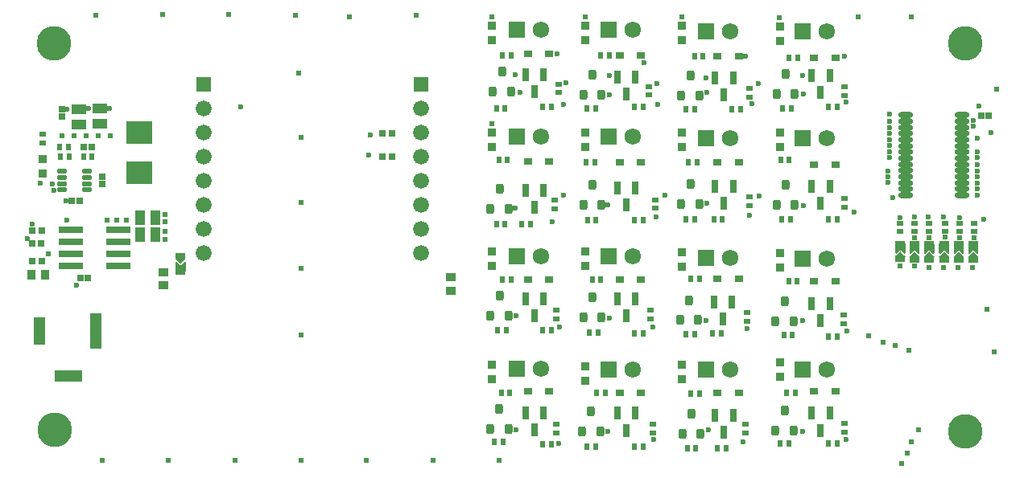
<source format=gts>
G04*
G04 #@! TF.GenerationSoftware,Altium Limited,Altium Designer,21.5.1 (32)*
G04*
G04 Layer_Color=8388736*
%FSLAX25Y25*%
%MOIN*%
G70*
G04*
G04 #@! TF.SameCoordinates,804D03E9-ECC6-49F7-9CEA-4D12CAEBA4D3*
G04*
G04*
G04 #@! TF.FilePolarity,Negative*
G04*
G01*
G75*
%ADD42O,0.04331X0.02165*%
%ADD43O,0.06102X0.02362*%
%ADD44R,0.02953X0.05315*%
%ADD45R,0.09991X0.03091*%
%ADD46R,0.03740X0.02559*%
%ADD47R,0.03740X0.03740*%
%ADD48R,0.04134X0.02591*%
%ADD49R,0.02756X0.03150*%
%ADD50R,0.02756X0.02362*%
%ADD51R,0.11024X0.09646*%
G04:AMPARAMS|DCode=52|XSize=41.34mil|YSize=33.47mil|CornerRadius=9.84mil|HoleSize=0mil|Usage=FLASHONLY|Rotation=90.000|XOffset=0mil|YOffset=0mil|HoleType=Round|Shape=RoundedRectangle|*
%AMROUNDEDRECTD52*
21,1,0.04134,0.01378,0,0,90.0*
21,1,0.02165,0.03347,0,0,90.0*
1,1,0.01968,0.00689,0.01083*
1,1,0.01968,0.00689,-0.01083*
1,1,0.01968,-0.00689,-0.01083*
1,1,0.01968,-0.00689,0.01083*
%
%ADD52ROUNDEDRECTD52*%
%ADD53R,0.05906X0.04331*%
%ADD54R,0.03347X0.04134*%
%ADD55R,0.03032X0.03032*%
%ADD56R,0.02638X0.02638*%
%ADD57R,0.02638X0.02638*%
%ADD58R,0.04331X0.05906*%
%ADD59R,0.02362X0.02756*%
%ADD60R,0.04134X0.03347*%
%ADD61R,0.06400X0.06400*%
%ADD62C,0.06591*%
%ADD63C,0.06791*%
%ADD64R,0.06791X0.06791*%
%ADD65R,0.04528X0.15158*%
%ADD66R,0.04528X0.11221*%
%ADD67R,0.11221X0.04528*%
%ADD68C,0.14370*%
%ADD69C,0.02391*%
%ADD70C,0.02362*%
G36*
X364266Y94598D02*
X364268Y94598D01*
X367799Y94551D01*
X367820Y94549D01*
X367841Y94547D01*
X367843Y94547D01*
X367845Y94547D01*
X367866Y94541D01*
X367887Y94537D01*
X367888Y94536D01*
X367890Y94535D01*
X367910Y94527D01*
X367930Y94519D01*
X367931Y94518D01*
X367933Y94517D01*
X367951Y94506D01*
X367969Y94494D01*
X367971Y94493D01*
X367972Y94492D01*
X367988Y94478D01*
X368004Y94464D01*
X368006Y94463D01*
X368007Y94461D01*
X368021Y94445D01*
X368035Y94429D01*
X368036Y94427D01*
X368037Y94426D01*
X368048Y94407D01*
X368059Y94389D01*
X368060Y94387D01*
X368061Y94386D01*
X368069Y94366D01*
X368077Y94346D01*
X368077Y94344D01*
X368078Y94343D01*
X368083Y94322D01*
X368088Y94301D01*
X368088Y94299D01*
X368088Y94297D01*
X368090Y94276D01*
X368091Y94255D01*
X368092Y90508D01*
D01*
D01*
Y90507D01*
X368090Y90485D01*
X368088Y90461D01*
X368088Y90461D01*
X368088Y90461D01*
X368083Y90440D01*
X368077Y90416D01*
X368077Y90416D01*
X368077Y90416D01*
X368068Y90393D01*
X368059Y90373D01*
X368059Y90373D01*
X368059Y90373D01*
X368045Y90350D01*
X368035Y90333D01*
X368035Y90333D01*
X368035Y90333D01*
X368019Y90314D01*
X368005Y90298D01*
X368005Y90298D01*
X368005Y90298D01*
X367987Y90283D01*
X367970Y90268D01*
X367970Y90268D01*
X367969Y90268D01*
X367949Y90255D01*
X367930Y90244D01*
X367930Y90243D01*
X367930Y90243D01*
X367908Y90234D01*
X367887Y90226D01*
X367887Y90226D01*
X367887Y90225D01*
X367865Y90220D01*
X367842Y90215D01*
X367842Y90215D01*
X367842Y90215D01*
X367818Y90213D01*
X367796Y90211D01*
X367796Y90211D01*
X367795Y90211D01*
X367773Y90213D01*
X367750Y90215D01*
X367749Y90215D01*
X367749Y90215D01*
X367728Y90220D01*
X367704Y90225D01*
X367704Y90225D01*
X367704Y90225D01*
X367681Y90235D01*
X367661Y90243D01*
X367661Y90243D01*
X367661Y90243D01*
X367638Y90257D01*
X367622Y90267D01*
X367621Y90267D01*
X367621Y90268D01*
X367602Y90284D01*
X367586Y90297D01*
X366051Y91827D01*
X364471Y90282D01*
X364455Y90269D01*
X364438Y90255D01*
X364437Y90254D01*
X364436Y90253D01*
X364417Y90242D01*
X364399Y90230D01*
X364397Y90230D01*
X364396Y90229D01*
X364376Y90221D01*
X364356Y90213D01*
X364354Y90212D01*
X364353Y90211D01*
X364331Y90207D01*
X364311Y90202D01*
X364309Y90201D01*
X364307Y90201D01*
X364286Y90200D01*
X364264Y90198D01*
X364263Y90198D01*
X364261Y90198D01*
X364239Y90200D01*
X364218Y90202D01*
X364216Y90202D01*
X364215Y90202D01*
X364194Y90207D01*
X364173Y90213D01*
X364171Y90213D01*
X364170Y90214D01*
X364150Y90222D01*
X364130Y90230D01*
X364128Y90231D01*
X364127Y90232D01*
X364109Y90243D01*
X364090Y90255D01*
X364089Y90256D01*
X364088Y90257D01*
X364072Y90270D01*
X364055Y90285D01*
X364054Y90286D01*
X364053Y90287D01*
X364039Y90303D01*
X364025Y90320D01*
X364024Y90322D01*
X364023Y90323D01*
X364012Y90341D01*
X364000Y90360D01*
X364000Y90361D01*
X363999Y90363D01*
X363991Y90382D01*
X363983Y90403D01*
X363982Y90404D01*
X363982Y90406D01*
X363977Y90427D01*
X363972Y90448D01*
X363972Y90450D01*
X363971Y90451D01*
X363970Y90473D01*
X363968Y90494D01*
X363968Y94302D01*
X363968Y94304D01*
X363968Y94306D01*
X363970Y94327D01*
X363972Y94348D01*
X363972Y94350D01*
X363972Y94352D01*
X363978Y94373D01*
X363982Y94393D01*
X363983Y94395D01*
X363984Y94397D01*
X363992Y94417D01*
X364000Y94436D01*
X364001Y94438D01*
X364002Y94440D01*
X364013Y94458D01*
X364024Y94476D01*
X364026Y94477D01*
X364027Y94479D01*
X364041Y94495D01*
X364055Y94511D01*
X364056Y94512D01*
X364057Y94514D01*
X364074Y94528D01*
X364090Y94541D01*
X364092Y94542D01*
X364093Y94544D01*
X364112Y94555D01*
X364130Y94566D01*
X364131Y94566D01*
X364133Y94568D01*
X364153Y94575D01*
X364173Y94583D01*
X364175Y94584D01*
X364176Y94585D01*
X364197Y94589D01*
X364218Y94594D01*
X364220Y94595D01*
X364222Y94595D01*
X364243Y94596D01*
X364264Y94598D01*
X364266Y94598D01*
D02*
G37*
G36*
X394530Y94540D02*
X394532Y94540D01*
X398063Y94493D01*
X398084Y94491D01*
X398105Y94489D01*
X398107Y94489D01*
X398109Y94489D01*
X398130Y94483D01*
X398150Y94478D01*
X398152Y94477D01*
X398154Y94477D01*
X398174Y94469D01*
X398194Y94460D01*
X398195Y94459D01*
X398197Y94459D01*
X398215Y94447D01*
X398233Y94436D01*
X398235Y94435D01*
X398236Y94434D01*
X398252Y94420D01*
X398268Y94406D01*
X398270Y94405D01*
X398271Y94403D01*
X398285Y94387D01*
X398299Y94371D01*
X398300Y94369D01*
X398301Y94367D01*
X398312Y94349D01*
X398323Y94331D01*
X398324Y94329D01*
X398325Y94327D01*
X398333Y94308D01*
X398341Y94288D01*
X398341Y94286D01*
X398342Y94284D01*
X398346Y94264D01*
X398352Y94243D01*
X398352Y94241D01*
X398352Y94239D01*
X398354Y94218D01*
X398355Y94197D01*
X398355Y90450D01*
D01*
D01*
Y90449D01*
X398354Y90427D01*
X398352Y90403D01*
X398352Y90403D01*
X398352Y90403D01*
X398347Y90382D01*
X398341Y90358D01*
X398341Y90358D01*
X398341Y90358D01*
X398332Y90335D01*
X398323Y90315D01*
X398323Y90315D01*
X398323Y90315D01*
X398309Y90292D01*
X398299Y90275D01*
X398299Y90275D01*
X398299Y90275D01*
X398283Y90256D01*
X398269Y90240D01*
X398269Y90240D01*
X398269Y90240D01*
X398251Y90225D01*
X398234Y90210D01*
X398234Y90210D01*
X398233Y90209D01*
X398213Y90197D01*
X398194Y90185D01*
X398194Y90185D01*
X398194Y90185D01*
X398172Y90176D01*
X398151Y90167D01*
X398151Y90167D01*
X398151Y90167D01*
X398129Y90162D01*
X398106Y90157D01*
X398106Y90157D01*
X398106Y90157D01*
X398082Y90155D01*
X398060Y90153D01*
X398060Y90153D01*
X398059Y90153D01*
X398037Y90155D01*
X398013Y90156D01*
X398013Y90156D01*
X398013Y90157D01*
X397992Y90162D01*
X397968Y90167D01*
X397968Y90167D01*
X397968Y90167D01*
X397945Y90177D01*
X397925Y90185D01*
X397925Y90185D01*
X397925Y90185D01*
X397902Y90199D01*
X397885Y90209D01*
X397885Y90209D01*
X397885Y90209D01*
X397866Y90225D01*
X397850Y90239D01*
X396315Y91769D01*
X394735Y90224D01*
X394719Y90210D01*
X394702Y90196D01*
X394701Y90196D01*
X394700Y90194D01*
X394681Y90183D01*
X394663Y90172D01*
X394661Y90171D01*
X394660Y90171D01*
X394640Y90163D01*
X394620Y90154D01*
X394618Y90154D01*
X394617Y90153D01*
X394595Y90149D01*
X394574Y90144D01*
X394573Y90143D01*
X394571Y90143D01*
X394550Y90141D01*
X394528Y90140D01*
X394527Y90140D01*
X394525Y90140D01*
X394503Y90142D01*
X394482Y90144D01*
X394480Y90144D01*
X394479Y90144D01*
X394457Y90149D01*
X394437Y90154D01*
X394435Y90155D01*
X394433Y90155D01*
X394414Y90164D01*
X394394Y90172D01*
X394392Y90173D01*
X394391Y90174D01*
X394373Y90185D01*
X394354Y90196D01*
X394353Y90197D01*
X394351Y90198D01*
X394336Y90212D01*
X394319Y90227D01*
X394318Y90228D01*
X394316Y90229D01*
X394303Y90245D01*
X394289Y90262D01*
X394288Y90263D01*
X394287Y90265D01*
X394276Y90283D01*
X394264Y90302D01*
X394264Y90303D01*
X394263Y90304D01*
X394255Y90324D01*
X394247Y90345D01*
X394246Y90346D01*
X394246Y90348D01*
X394241Y90369D01*
X394236Y90390D01*
X394235Y90391D01*
X394235Y90393D01*
X394234Y90415D01*
X394232Y90436D01*
X394232Y94244D01*
X394232Y94246D01*
X394232Y94248D01*
X394234Y94269D01*
X394235Y94290D01*
X394236Y94292D01*
X394236Y94294D01*
X394241Y94315D01*
X394246Y94335D01*
X394247Y94337D01*
X394248Y94339D01*
X394256Y94358D01*
X394264Y94378D01*
X394265Y94380D01*
X394266Y94382D01*
X394277Y94399D01*
X394288Y94418D01*
X394290Y94419D01*
X394291Y94421D01*
X394305Y94437D01*
X394319Y94453D01*
X394320Y94454D01*
X394321Y94456D01*
X394338Y94470D01*
X394354Y94483D01*
X394356Y94484D01*
X394357Y94485D01*
X394376Y94497D01*
X394394Y94507D01*
X394395Y94508D01*
X394397Y94509D01*
X394417Y94517D01*
X394437Y94525D01*
X394439Y94526D01*
X394440Y94526D01*
X394461Y94531D01*
X394482Y94536D01*
X394484Y94536D01*
X394486Y94537D01*
X394507Y94538D01*
X394528Y94540D01*
X394530Y94540D01*
D02*
G37*
G36*
X388432D02*
X388434Y94540D01*
X391965Y94493D01*
X391986Y94491D01*
X392007Y94489D01*
X392009Y94489D01*
X392011Y94489D01*
X392032Y94483D01*
X392052Y94478D01*
X392054Y94477D01*
X392056Y94477D01*
X392075Y94469D01*
X392095Y94460D01*
X392097Y94459D01*
X392099Y94459D01*
X392116Y94447D01*
X392135Y94436D01*
X392136Y94435D01*
X392138Y94434D01*
X392154Y94420D01*
X392170Y94406D01*
X392171Y94405D01*
X392173Y94403D01*
X392186Y94387D01*
X392200Y94371D01*
X392201Y94369D01*
X392202Y94367D01*
X392213Y94349D01*
X392225Y94331D01*
X392225Y94329D01*
X392226Y94327D01*
X392234Y94308D01*
X392242Y94288D01*
X392243Y94286D01*
X392244Y94284D01*
X392248Y94264D01*
X392253Y94243D01*
X392253Y94241D01*
X392254Y94239D01*
X392255Y94218D01*
X392257Y94197D01*
X392257Y90450D01*
D01*
D01*
Y90449D01*
X392255Y90427D01*
X392253Y90403D01*
X392253Y90403D01*
X392253Y90403D01*
X392248Y90382D01*
X392243Y90358D01*
X392243Y90358D01*
X392243Y90358D01*
X392233Y90335D01*
X392225Y90315D01*
X392225Y90315D01*
X392225Y90315D01*
X392211Y90292D01*
X392201Y90275D01*
X392201Y90275D01*
X392200Y90275D01*
X392184Y90256D01*
X392171Y90240D01*
X392170Y90240D01*
X392170Y90240D01*
X392153Y90225D01*
X392135Y90210D01*
X392135Y90210D01*
X392135Y90209D01*
X392114Y90197D01*
X392096Y90185D01*
X392095Y90185D01*
X392095Y90185D01*
X392074Y90176D01*
X392053Y90167D01*
X392053Y90167D01*
X392052Y90167D01*
X392030Y90162D01*
X392008Y90157D01*
X392007Y90157D01*
X392007Y90157D01*
X391984Y90155D01*
X391961Y90153D01*
X391961Y90153D01*
X391961Y90153D01*
X391938Y90155D01*
X391915Y90156D01*
X391915Y90156D01*
X391915Y90157D01*
X391894Y90162D01*
X391870Y90167D01*
X391869Y90167D01*
X391869Y90167D01*
X391847Y90177D01*
X391827Y90185D01*
X391827Y90185D01*
X391826Y90185D01*
X391803Y90199D01*
X391787Y90209D01*
X391787Y90209D01*
X391787Y90209D01*
X391768Y90225D01*
X391752Y90239D01*
X390217Y91769D01*
X388637Y90224D01*
X388620Y90210D01*
X388604Y90196D01*
X388602Y90196D01*
X388601Y90194D01*
X388583Y90183D01*
X388564Y90172D01*
X388563Y90171D01*
X388561Y90171D01*
X388541Y90163D01*
X388521Y90154D01*
X388520Y90154D01*
X388518Y90153D01*
X388497Y90149D01*
X388476Y90144D01*
X388474Y90143D01*
X388473Y90143D01*
X388451Y90141D01*
X388430Y90140D01*
X388428Y90140D01*
X388426Y90140D01*
X388405Y90142D01*
X388384Y90144D01*
X388382Y90144D01*
X388380Y90144D01*
X388359Y90149D01*
X388338Y90154D01*
X388337Y90155D01*
X388335Y90155D01*
X388316Y90164D01*
X388295Y90172D01*
X388294Y90173D01*
X388292Y90174D01*
X388275Y90185D01*
X388256Y90196D01*
X388254Y90197D01*
X388253Y90198D01*
X388238Y90212D01*
X388220Y90227D01*
X388219Y90228D01*
X388218Y90229D01*
X388205Y90245D01*
X388190Y90262D01*
X388189Y90263D01*
X388188Y90265D01*
X388177Y90283D01*
X388166Y90302D01*
X388165Y90303D01*
X388164Y90304D01*
X388156Y90324D01*
X388148Y90345D01*
X388148Y90346D01*
X388147Y90348D01*
X388142Y90369D01*
X388137Y90390D01*
X388137Y90391D01*
X388137Y90393D01*
X388135Y90415D01*
X388134Y90436D01*
X388133Y94244D01*
X388134Y94246D01*
X388134Y94248D01*
X388135Y94269D01*
X388137Y94290D01*
X388138Y94292D01*
X388138Y94294D01*
X388143Y94315D01*
X388148Y94335D01*
X388149Y94337D01*
X388149Y94339D01*
X388158Y94358D01*
X388166Y94378D01*
X388167Y94380D01*
X388168Y94382D01*
X388179Y94399D01*
X388190Y94418D01*
X388191Y94419D01*
X388192Y94421D01*
X388206Y94437D01*
X388220Y94453D01*
X388222Y94454D01*
X388223Y94456D01*
X388240Y94470D01*
X388256Y94483D01*
X388257Y94484D01*
X388259Y94485D01*
X388278Y94497D01*
X388295Y94507D01*
X388297Y94508D01*
X388299Y94509D01*
X388319Y94517D01*
X388338Y94525D01*
X388340Y94526D01*
X388342Y94526D01*
X388362Y94531D01*
X388383Y94536D01*
X388385Y94536D01*
X388387Y94537D01*
X388408Y94538D01*
X388430Y94540D01*
X388432Y94540D01*
D02*
G37*
G36*
X382333D02*
X382335Y94540D01*
X385866Y94493D01*
X385887Y94491D01*
X385909Y94489D01*
X385910Y94489D01*
X385912Y94489D01*
X385933Y94483D01*
X385954Y94478D01*
X385956Y94477D01*
X385958Y94477D01*
X385977Y94469D01*
X385997Y94460D01*
X385998Y94459D01*
X386000Y94459D01*
X386018Y94447D01*
X386036Y94436D01*
X386038Y94435D01*
X386039Y94434D01*
X386055Y94420D01*
X386072Y94406D01*
X386073Y94405D01*
X386074Y94403D01*
X386088Y94387D01*
X386102Y94371D01*
X386103Y94369D01*
X386104Y94367D01*
X386115Y94349D01*
X386126Y94331D01*
X386127Y94329D01*
X386128Y94327D01*
X386136Y94308D01*
X386144Y94288D01*
X386144Y94286D01*
X386145Y94284D01*
X386150Y94264D01*
X386155Y94243D01*
X386155Y94241D01*
X386155Y94239D01*
X386157Y94218D01*
X386158Y94197D01*
X386159Y90450D01*
D01*
D01*
Y90449D01*
X386157Y90427D01*
X386155Y90403D01*
X386155Y90403D01*
X386155Y90403D01*
X386150Y90382D01*
X386144Y90358D01*
X386144Y90358D01*
X386144Y90358D01*
X386135Y90335D01*
X386126Y90315D01*
X386126Y90315D01*
X386126Y90315D01*
X386112Y90292D01*
X386102Y90275D01*
X386102Y90275D01*
X386102Y90275D01*
X386086Y90256D01*
X386072Y90240D01*
X386072Y90240D01*
X386072Y90240D01*
X386055Y90225D01*
X386037Y90210D01*
X386037Y90210D01*
X386036Y90209D01*
X386016Y90197D01*
X385997Y90185D01*
X385997Y90185D01*
X385997Y90185D01*
X385975Y90176D01*
X385954Y90167D01*
X385954Y90167D01*
X385954Y90167D01*
X385932Y90162D01*
X385909Y90157D01*
X385909Y90157D01*
X385909Y90157D01*
X385886Y90155D01*
X385863Y90153D01*
X385863Y90153D01*
X385862Y90153D01*
X385840Y90155D01*
X385817Y90156D01*
X385816Y90156D01*
X385816Y90157D01*
X385795Y90162D01*
X385771Y90167D01*
X385771Y90167D01*
X385771Y90167D01*
X385748Y90177D01*
X385728Y90185D01*
X385728Y90185D01*
X385728Y90185D01*
X385705Y90199D01*
X385689Y90209D01*
X385689Y90209D01*
X385688Y90209D01*
X385670Y90225D01*
X385653Y90239D01*
X384118Y91769D01*
X382539Y90224D01*
X382522Y90210D01*
X382505Y90196D01*
X382504Y90196D01*
X382503Y90194D01*
X382484Y90183D01*
X382466Y90172D01*
X382464Y90171D01*
X382463Y90171D01*
X382443Y90163D01*
X382423Y90154D01*
X382421Y90154D01*
X382420Y90153D01*
X382399Y90149D01*
X382378Y90144D01*
X382376Y90143D01*
X382374Y90143D01*
X382353Y90141D01*
X382331Y90140D01*
X382330Y90140D01*
X382328Y90140D01*
X382306Y90142D01*
X382285Y90144D01*
X382283Y90144D01*
X382282Y90144D01*
X382261Y90149D01*
X382240Y90154D01*
X382238Y90155D01*
X382237Y90155D01*
X382217Y90164D01*
X382197Y90172D01*
X382195Y90173D01*
X382194Y90174D01*
X382176Y90185D01*
X382157Y90196D01*
X382156Y90197D01*
X382155Y90198D01*
X382139Y90212D01*
X382122Y90227D01*
X382121Y90228D01*
X382120Y90229D01*
X382106Y90245D01*
X382092Y90262D01*
X382091Y90263D01*
X382090Y90265D01*
X382079Y90283D01*
X382067Y90302D01*
X382067Y90303D01*
X382066Y90304D01*
X382058Y90324D01*
X382050Y90345D01*
X382049Y90346D01*
X382049Y90348D01*
X382044Y90369D01*
X382039Y90390D01*
X382039Y90391D01*
X382038Y90393D01*
X382037Y90415D01*
X382035Y90436D01*
X382035Y94244D01*
X382035Y94246D01*
X382035Y94248D01*
X382037Y94269D01*
X382039Y94290D01*
X382039Y94292D01*
X382039Y94294D01*
X382045Y94315D01*
X382049Y94335D01*
X382050Y94337D01*
X382051Y94339D01*
X382059Y94358D01*
X382067Y94378D01*
X382068Y94380D01*
X382069Y94382D01*
X382080Y94399D01*
X382092Y94418D01*
X382093Y94419D01*
X382094Y94421D01*
X382108Y94437D01*
X382122Y94453D01*
X382123Y94454D01*
X382125Y94456D01*
X382141Y94470D01*
X382157Y94483D01*
X382159Y94484D01*
X382160Y94485D01*
X382179Y94497D01*
X382197Y94507D01*
X382199Y94508D01*
X382200Y94509D01*
X382220Y94517D01*
X382240Y94525D01*
X382242Y94526D01*
X382243Y94526D01*
X382264Y94531D01*
X382285Y94536D01*
X382287Y94536D01*
X382289Y94537D01*
X382310Y94538D01*
X382331Y94540D01*
X382333Y94540D01*
D02*
G37*
G36*
X376235D02*
X376237Y94540D01*
X379768Y94493D01*
X379789Y94491D01*
X379810Y94489D01*
X379812Y94489D01*
X379814Y94489D01*
X379835Y94483D01*
X379855Y94478D01*
X379857Y94477D01*
X379859Y94477D01*
X379879Y94469D01*
X379898Y94460D01*
X379900Y94459D01*
X379902Y94459D01*
X379920Y94447D01*
X379938Y94436D01*
X379939Y94435D01*
X379941Y94434D01*
X379957Y94420D01*
X379973Y94406D01*
X379975Y94405D01*
X379976Y94403D01*
X379990Y94387D01*
X380003Y94371D01*
X380005Y94369D01*
X380006Y94367D01*
X380017Y94349D01*
X380028Y94331D01*
X380029Y94329D01*
X380030Y94327D01*
X380037Y94308D01*
X380046Y94288D01*
X380046Y94286D01*
X380047Y94284D01*
X380051Y94264D01*
X380056Y94243D01*
X380057Y94241D01*
X380057Y94239D01*
X380058Y94218D01*
X380060Y94197D01*
X380060Y90450D01*
D01*
D01*
Y90449D01*
X380058Y90427D01*
X380057Y90403D01*
X380057Y90403D01*
X380057Y90403D01*
X380051Y90382D01*
X380046Y90358D01*
X380046Y90358D01*
X380046Y90358D01*
X380036Y90335D01*
X380028Y90315D01*
X380028Y90315D01*
X380028Y90315D01*
X380014Y90292D01*
X380004Y90275D01*
X380004Y90275D01*
X380004Y90275D01*
X379988Y90256D01*
X379974Y90240D01*
X379974Y90240D01*
X379974Y90240D01*
X379956Y90225D01*
X379939Y90210D01*
X379938Y90210D01*
X379938Y90209D01*
X379918Y90197D01*
X379899Y90185D01*
X379899Y90185D01*
X379899Y90185D01*
X379877Y90176D01*
X379856Y90167D01*
X379856Y90167D01*
X379855Y90167D01*
X379834Y90162D01*
X379811Y90157D01*
X379811Y90157D01*
X379810Y90157D01*
X379787Y90155D01*
X379765Y90153D01*
X379764Y90153D01*
X379764Y90153D01*
X379742Y90155D01*
X379718Y90156D01*
X379718Y90156D01*
X379718Y90157D01*
X379697Y90162D01*
X379673Y90167D01*
X379673Y90167D01*
X379673Y90167D01*
X379650Y90177D01*
X379630Y90185D01*
X379630Y90185D01*
X379629Y90185D01*
X379607Y90199D01*
X379590Y90209D01*
X379590Y90209D01*
X379590Y90209D01*
X379571Y90225D01*
X379555Y90239D01*
X378020Y91769D01*
X376440Y90224D01*
X376424Y90210D01*
X376407Y90196D01*
X376406Y90196D01*
X376404Y90194D01*
X376386Y90183D01*
X376367Y90172D01*
X376366Y90171D01*
X376364Y90171D01*
X376344Y90163D01*
X376325Y90154D01*
X376323Y90154D01*
X376321Y90153D01*
X376300Y90149D01*
X376279Y90144D01*
X376278Y90143D01*
X376276Y90143D01*
X376254Y90141D01*
X376233Y90140D01*
X376231Y90140D01*
X376230Y90140D01*
X376208Y90142D01*
X376187Y90144D01*
X376185Y90144D01*
X376183Y90144D01*
X376162Y90149D01*
X376142Y90154D01*
X376140Y90155D01*
X376138Y90155D01*
X376119Y90164D01*
X376098Y90172D01*
X376097Y90173D01*
X376096Y90174D01*
X376078Y90185D01*
X376059Y90196D01*
X376058Y90197D01*
X376056Y90198D01*
X376041Y90212D01*
X376024Y90227D01*
X376022Y90228D01*
X376021Y90229D01*
X376008Y90245D01*
X375993Y90262D01*
X375992Y90263D01*
X375991Y90265D01*
X375981Y90283D01*
X375969Y90302D01*
X375968Y90303D01*
X375968Y90304D01*
X375960Y90324D01*
X375951Y90345D01*
X375951Y90346D01*
X375950Y90348D01*
X375945Y90369D01*
X375940Y90390D01*
X375940Y90391D01*
X375940Y90393D01*
X375939Y90415D01*
X375937Y90436D01*
X375937Y94244D01*
X375937Y94246D01*
X375937Y94248D01*
X375939Y94269D01*
X375940Y94290D01*
X375941Y94292D01*
X375941Y94294D01*
X375946Y94315D01*
X375951Y94335D01*
X375952Y94337D01*
X375952Y94339D01*
X375961Y94358D01*
X375969Y94378D01*
X375970Y94380D01*
X375971Y94382D01*
X375982Y94399D01*
X375993Y94418D01*
X375994Y94419D01*
X375996Y94421D01*
X376009Y94437D01*
X376023Y94453D01*
X376025Y94454D01*
X376026Y94456D01*
X376043Y94470D01*
X376059Y94483D01*
X376060Y94484D01*
X376062Y94485D01*
X376081Y94497D01*
X376098Y94507D01*
X376100Y94508D01*
X376102Y94509D01*
X376122Y94517D01*
X376141Y94525D01*
X376143Y94526D01*
X376145Y94526D01*
X376166Y94531D01*
X376186Y94536D01*
X376188Y94536D01*
X376190Y94537D01*
X376211Y94538D01*
X376233Y94540D01*
X376235Y94540D01*
D02*
G37*
G36*
X370136D02*
X370138Y94540D01*
X373669Y94493D01*
X373691Y94491D01*
X373712Y94489D01*
X373714Y94489D01*
X373716Y94489D01*
X373737Y94483D01*
X373757Y94478D01*
X373759Y94477D01*
X373761Y94477D01*
X373780Y94469D01*
X373800Y94460D01*
X373802Y94459D01*
X373803Y94459D01*
X373821Y94447D01*
X373839Y94436D01*
X373841Y94435D01*
X373843Y94434D01*
X373858Y94420D01*
X373875Y94406D01*
X373876Y94405D01*
X373878Y94403D01*
X373891Y94387D01*
X373905Y94371D01*
X373906Y94369D01*
X373907Y94367D01*
X373918Y94349D01*
X373929Y94331D01*
X373930Y94329D01*
X373931Y94327D01*
X373939Y94308D01*
X373947Y94288D01*
X373948Y94286D01*
X373948Y94284D01*
X373953Y94264D01*
X373958Y94243D01*
X373958Y94241D01*
X373959Y94239D01*
X373960Y94218D01*
X373962Y94197D01*
X373962Y90450D01*
D01*
D01*
Y90449D01*
X373960Y90427D01*
X373958Y90403D01*
X373958Y90403D01*
X373958Y90403D01*
X373953Y90382D01*
X373947Y90358D01*
X373947Y90358D01*
X373947Y90358D01*
X373938Y90335D01*
X373930Y90315D01*
X373930Y90315D01*
X373930Y90315D01*
X373915Y90292D01*
X373905Y90275D01*
X373905Y90275D01*
X373905Y90275D01*
X373889Y90256D01*
X373875Y90240D01*
X373875Y90240D01*
X373875Y90240D01*
X373858Y90225D01*
X373840Y90210D01*
X373840Y90210D01*
X373840Y90209D01*
X373819Y90197D01*
X373800Y90185D01*
X373800Y90185D01*
X373800Y90185D01*
X373778Y90176D01*
X373758Y90167D01*
X373757Y90167D01*
X373757Y90167D01*
X373735Y90162D01*
X373712Y90157D01*
X373712Y90157D01*
X373712Y90157D01*
X373689Y90155D01*
X373666Y90153D01*
X373666Y90153D01*
X373666Y90153D01*
X373643Y90155D01*
X373620Y90156D01*
X373620Y90156D01*
X373619Y90157D01*
X373598Y90162D01*
X373575Y90167D01*
X373574Y90167D01*
X373574Y90167D01*
X373552Y90177D01*
X373532Y90185D01*
X373531Y90185D01*
X373531Y90185D01*
X373508Y90199D01*
X373492Y90209D01*
X373492Y90209D01*
X373492Y90209D01*
X373473Y90225D01*
X373457Y90239D01*
X371922Y91769D01*
X370342Y90224D01*
X370325Y90210D01*
X370309Y90196D01*
X370307Y90196D01*
X370306Y90194D01*
X370288Y90183D01*
X370269Y90172D01*
X370268Y90171D01*
X370266Y90171D01*
X370246Y90163D01*
X370226Y90154D01*
X370224Y90154D01*
X370223Y90153D01*
X370202Y90149D01*
X370181Y90144D01*
X370179Y90143D01*
X370178Y90143D01*
X370156Y90141D01*
X370135Y90140D01*
X370133Y90140D01*
X370131Y90140D01*
X370110Y90142D01*
X370088Y90144D01*
X370087Y90144D01*
X370085Y90144D01*
X370064Y90149D01*
X370043Y90154D01*
X370041Y90155D01*
X370040Y90155D01*
X370020Y90164D01*
X370000Y90172D01*
X369999Y90173D01*
X369997Y90174D01*
X369980Y90185D01*
X369960Y90196D01*
X369959Y90197D01*
X369958Y90198D01*
X369942Y90212D01*
X369925Y90227D01*
X369924Y90228D01*
X369923Y90229D01*
X369909Y90245D01*
X369895Y90262D01*
X369894Y90263D01*
X369893Y90265D01*
X369882Y90283D01*
X369871Y90302D01*
X369870Y90303D01*
X369869Y90304D01*
X369861Y90324D01*
X369853Y90345D01*
X369852Y90346D01*
X369852Y90348D01*
X369847Y90369D01*
X369842Y90390D01*
X369842Y90391D01*
X369842Y90393D01*
X369840Y90415D01*
X369838Y90436D01*
X369838Y94244D01*
X369838Y94246D01*
X369838Y94248D01*
X369840Y94269D01*
X369842Y94290D01*
X369842Y94292D01*
X369843Y94294D01*
X369848Y94315D01*
X369853Y94335D01*
X369853Y94337D01*
X369854Y94339D01*
X369862Y94358D01*
X369870Y94378D01*
X369871Y94380D01*
X369872Y94382D01*
X369884Y94399D01*
X369895Y94418D01*
X369896Y94419D01*
X369897Y94421D01*
X369911Y94437D01*
X369925Y94453D01*
X369927Y94454D01*
X369928Y94456D01*
X369944Y94470D01*
X369960Y94483D01*
X369962Y94484D01*
X369964Y94485D01*
X369982Y94497D01*
X370000Y94507D01*
X370002Y94508D01*
X370004Y94509D01*
X370023Y94517D01*
X370043Y94525D01*
X370045Y94526D01*
X370047Y94526D01*
X370067Y94531D01*
X370088Y94536D01*
X370090Y94536D01*
X370092Y94537D01*
X370113Y94538D01*
X370134Y94540D01*
X370136Y94540D01*
D02*
G37*
G36*
X366086Y90977D02*
X366131Y90966D01*
X366161Y90953D01*
X366174Y90948D01*
X366213Y90924D01*
X366249Y90894D01*
X366279Y90858D01*
X366293Y90835D01*
X368014Y89115D01*
X368014Y89115D01*
X368014Y89115D01*
X368040Y89084D01*
X368044Y89079D01*
Y89079D01*
X368044Y89079D01*
X368068Y89040D01*
X368078Y89017D01*
X368086Y88997D01*
X368086Y88997D01*
D01*
X368086Y88995D01*
X368097Y88951D01*
X368101Y88905D01*
X368097Y88859D01*
X368086Y88814D01*
X368068Y88771D01*
X368068Y88771D01*
X368068Y88771D01*
X368061Y88759D01*
X368044Y88731D01*
X368044Y88731D01*
X368044Y88731D01*
X368028Y88712D01*
X368014Y88696D01*
X368014Y88696D01*
X368014Y88696D01*
X367997Y88681D01*
X367978Y88666D01*
X367978Y88666D01*
X367978Y88665D01*
X367950Y88648D01*
X367939Y88641D01*
X367939Y88641D01*
X367939Y88641D01*
X367919Y88633D01*
X367896Y88623D01*
X367896Y88623D01*
D01*
X367894Y88623D01*
X367851Y88613D01*
X367804Y88609D01*
X367804Y88609D01*
X364261Y88610D01*
X364232Y88612D01*
X364215Y88614D01*
X364215Y88614D01*
X364215D01*
X364201Y88617D01*
X364170Y88625D01*
X364127Y88642D01*
X364127Y88642D01*
X364127Y88642D01*
X364105Y88656D01*
X364087Y88667D01*
X364087Y88667D01*
X364087Y88667D01*
X364069Y88683D01*
X364052Y88697D01*
X364052Y88697D01*
X364052Y88697D01*
X364037Y88714D01*
X364022Y88732D01*
X364022Y88732D01*
X364022Y88732D01*
X363997Y88772D01*
X363988Y88795D01*
X363980Y88815D01*
X363980Y88815D01*
D01*
X363979Y88818D01*
X363969Y88860D01*
Y88860D01*
X363969Y88860D01*
X363967Y88877D01*
X363965Y88906D01*
Y88906D01*
Y88906D01*
X363967Y88936D01*
X363969Y88952D01*
X363969Y88952D01*
Y88953D01*
X363972Y88966D01*
X363980Y88998D01*
X363997Y89041D01*
X363997Y89041D01*
X363997Y89041D01*
X364011Y89063D01*
X364022Y89080D01*
X364022Y89080D01*
X364022Y89080D01*
X364038Y89099D01*
X364052Y89116D01*
X365830Y90894D01*
X365865Y90924D01*
X365905Y90948D01*
X365917Y90953D01*
X365948Y90966D01*
X365993Y90977D01*
X366039Y90980D01*
X366086Y90977D01*
D02*
G37*
G36*
X396350Y90918D02*
X396395Y90908D01*
X396425Y90895D01*
X396438Y90890D01*
X396477Y90866D01*
X396513Y90835D01*
X396543Y90800D01*
X396557Y90777D01*
X398278Y89056D01*
X398278Y89056D01*
X398278Y89056D01*
X398304Y89025D01*
X398308Y89021D01*
Y89021D01*
X398308Y89021D01*
X398332Y88981D01*
X398342Y88958D01*
X398350Y88938D01*
X398350Y88938D01*
D01*
X398350Y88937D01*
X398361Y88893D01*
X398364Y88847D01*
X398361Y88801D01*
X398350Y88756D01*
X398332Y88713D01*
X398332Y88713D01*
X398332Y88713D01*
X398325Y88701D01*
X398308Y88673D01*
X398308Y88673D01*
X398308Y88673D01*
X398292Y88654D01*
X398278Y88638D01*
X398278Y88638D01*
X398278Y88638D01*
X398261Y88623D01*
X398242Y88607D01*
X398242Y88607D01*
X398242Y88607D01*
X398214Y88590D01*
X398203Y88583D01*
X398203Y88583D01*
X398203Y88583D01*
X398183Y88575D01*
X398160Y88565D01*
X398160Y88565D01*
D01*
X398158Y88565D01*
X398114Y88554D01*
X398068Y88551D01*
X398068Y88551D01*
X394525Y88552D01*
X394496Y88554D01*
X394479Y88556D01*
X394479Y88556D01*
X394479D01*
X394465Y88559D01*
X394434Y88566D01*
X394391Y88584D01*
X394391Y88584D01*
X394391Y88584D01*
X394369Y88598D01*
X394351Y88608D01*
X394351Y88608D01*
X394351Y88608D01*
X394332Y88624D01*
X394316Y88639D01*
X394316Y88639D01*
X394316Y88639D01*
X394301Y88655D01*
X394286Y88674D01*
X394286Y88674D01*
X394285Y88674D01*
X394261Y88714D01*
X394252Y88737D01*
X394244Y88757D01*
X394244Y88757D01*
D01*
X394243Y88760D01*
X394233Y88802D01*
Y88802D01*
X394233Y88802D01*
X394231Y88819D01*
X394229Y88848D01*
Y88848D01*
Y88848D01*
X394231Y88877D01*
X394233Y88894D01*
X394233Y88894D01*
Y88894D01*
X394236Y88908D01*
X394244Y88939D01*
X394261Y88982D01*
X394261Y88982D01*
X394261Y88982D01*
X394275Y89005D01*
X394286Y89022D01*
X394286Y89022D01*
X394286Y89022D01*
X394302Y89041D01*
X394316Y89057D01*
X396094Y90835D01*
X396129Y90866D01*
X396169Y90890D01*
X396181Y90895D01*
X396212Y90908D01*
X396257Y90918D01*
X396303Y90922D01*
X396350Y90918D01*
D02*
G37*
G36*
X390251D02*
X390296Y90908D01*
X390327Y90895D01*
X390339Y90890D01*
X390379Y90866D01*
X390414Y90835D01*
X390444Y90800D01*
X390458Y90777D01*
X392179Y89056D01*
X392179Y89056D01*
X392179Y89056D01*
X392206Y89025D01*
X392209Y89021D01*
Y89021D01*
X392210Y89021D01*
X392234Y88981D01*
X392243Y88958D01*
X392251Y88938D01*
X392251Y88938D01*
D01*
X392252Y88937D01*
X392262Y88893D01*
X392266Y88847D01*
X392262Y88801D01*
X392251Y88756D01*
X392234Y88713D01*
X392234Y88713D01*
X392234Y88713D01*
X392227Y88701D01*
X392209Y88673D01*
X392209Y88673D01*
X392209Y88673D01*
X392193Y88654D01*
X392179Y88638D01*
X392179Y88638D01*
X392179Y88638D01*
X392162Y88623D01*
X392144Y88607D01*
X392144Y88607D01*
X392144Y88607D01*
X392116Y88590D01*
X392104Y88583D01*
X392104Y88583D01*
X392104Y88583D01*
X392085Y88575D01*
X392061Y88565D01*
X392061Y88565D01*
D01*
X392059Y88565D01*
X392016Y88554D01*
X391970Y88551D01*
X391970Y88551D01*
X388427Y88552D01*
X388398Y88554D01*
X388381Y88556D01*
X388381Y88556D01*
X388380D01*
X388367Y88559D01*
X388335Y88566D01*
X388292Y88584D01*
X388292Y88584D01*
X388292Y88584D01*
X388270Y88598D01*
X388253Y88608D01*
X388253Y88608D01*
X388253Y88608D01*
X388234Y88624D01*
X388217Y88639D01*
X388217Y88639D01*
X388217Y88639D01*
X388203Y88655D01*
X388187Y88674D01*
X388187Y88674D01*
X388187Y88674D01*
X388163Y88714D01*
X388153Y88737D01*
X388145Y88757D01*
X388145Y88757D01*
D01*
X388144Y88760D01*
X388134Y88802D01*
Y88802D01*
X388134Y88802D01*
X388133Y88819D01*
X388131Y88848D01*
Y88848D01*
Y88848D01*
X388133Y88877D01*
X388134Y88894D01*
X388134Y88894D01*
Y88894D01*
X388138Y88908D01*
X388145Y88939D01*
X388163Y88982D01*
X388163Y88982D01*
X388163Y88982D01*
X388176Y89005D01*
X388187Y89022D01*
X388187Y89022D01*
X388187Y89022D01*
X388203Y89041D01*
X388217Y89057D01*
X389995Y90835D01*
X390031Y90866D01*
X390070Y90890D01*
X390083Y90895D01*
X390113Y90908D01*
X390159Y90918D01*
X390205Y90922D01*
X390251Y90918D01*
D02*
G37*
G36*
X384153D02*
X384198Y90908D01*
X384228Y90895D01*
X384241Y90890D01*
X384280Y90866D01*
X384316Y90835D01*
X384346Y90800D01*
X384360Y90777D01*
X386081Y89056D01*
X386081Y89056D01*
X386081Y89056D01*
X386107Y89025D01*
X386111Y89021D01*
Y89021D01*
X386111Y89021D01*
X386135Y88981D01*
X386145Y88958D01*
X386153Y88938D01*
X386153Y88938D01*
D01*
X386154Y88937D01*
X386164Y88893D01*
X386168Y88847D01*
X386164Y88801D01*
X386153Y88756D01*
X386135Y88713D01*
X386135Y88713D01*
X386135Y88713D01*
X386128Y88701D01*
X386111Y88673D01*
X386111Y88673D01*
X386111Y88673D01*
X386095Y88654D01*
X386081Y88638D01*
X386081Y88638D01*
X386081Y88638D01*
X386064Y88623D01*
X386046Y88607D01*
X386046Y88607D01*
X386045Y88607D01*
X386017Y88590D01*
X386006Y88583D01*
X386006Y88583D01*
X386006Y88583D01*
X385986Y88575D01*
X385963Y88565D01*
X385963Y88565D01*
D01*
X385961Y88565D01*
X385918Y88554D01*
X385871Y88551D01*
X385871Y88551D01*
X382328Y88552D01*
X382299Y88554D01*
X382282Y88556D01*
X382282Y88556D01*
X382282D01*
X382268Y88559D01*
X382237Y88566D01*
X382194Y88584D01*
X382194Y88584D01*
X382194Y88584D01*
X382172Y88598D01*
X382154Y88608D01*
X382154Y88608D01*
X382154Y88608D01*
X382136Y88624D01*
X382119Y88639D01*
X382119Y88639D01*
X382119Y88639D01*
X382105Y88655D01*
X382089Y88674D01*
X382089Y88674D01*
X382089Y88674D01*
X382064Y88714D01*
X382055Y88737D01*
X382047Y88757D01*
X382047Y88757D01*
D01*
X382046Y88760D01*
X382036Y88802D01*
Y88802D01*
X382036Y88802D01*
X382034Y88819D01*
X382032Y88848D01*
Y88848D01*
Y88848D01*
X382034Y88877D01*
X382036Y88894D01*
X382036Y88894D01*
Y88894D01*
X382039Y88908D01*
X382047Y88939D01*
X382065Y88982D01*
X382065Y88982D01*
X382065Y88982D01*
X382078Y89005D01*
X382089Y89022D01*
X382089Y89022D01*
X382089Y89022D01*
X382105Y89041D01*
X382119Y89057D01*
X383897Y90835D01*
X383932Y90866D01*
X383972Y90890D01*
X383984Y90895D01*
X384015Y90908D01*
X384060Y90918D01*
X384106Y90922D01*
X384153Y90918D01*
D02*
G37*
G36*
X378054D02*
X378099Y90908D01*
X378130Y90895D01*
X378142Y90890D01*
X378182Y90866D01*
X378217Y90835D01*
X378248Y90800D01*
X378262Y90777D01*
X379982Y89056D01*
X379982Y89056D01*
X379982Y89056D01*
X380009Y89025D01*
X380013Y89021D01*
Y89021D01*
X380013Y89021D01*
X380037Y88981D01*
X380047Y88958D01*
X380055Y88938D01*
X380055Y88938D01*
D01*
X380055Y88937D01*
X380065Y88893D01*
X380069Y88847D01*
X380065Y88801D01*
X380055Y88756D01*
X380037Y88713D01*
X380037Y88713D01*
X380037Y88713D01*
X380030Y88701D01*
X380013Y88673D01*
X380013Y88673D01*
X380013Y88673D01*
X379997Y88654D01*
X379982Y88638D01*
X379982Y88638D01*
X379982Y88638D01*
X379966Y88623D01*
X379947Y88607D01*
X379947Y88607D01*
X379947Y88607D01*
X379919Y88590D01*
X379907Y88583D01*
X379907Y88583D01*
X379907Y88583D01*
X379888Y88575D01*
X379865Y88565D01*
X379864Y88565D01*
D01*
X379863Y88565D01*
X379819Y88554D01*
X379773Y88551D01*
X379773Y88551D01*
X376230Y88552D01*
X376201Y88554D01*
X376184Y88556D01*
X376184Y88556D01*
X376184D01*
X376170Y88559D01*
X376138Y88566D01*
X376096Y88584D01*
X376096Y88584D01*
X376096Y88584D01*
X376073Y88598D01*
X376056Y88608D01*
X376056Y88608D01*
X376056Y88608D01*
X376037Y88624D01*
X376021Y88639D01*
X376021Y88639D01*
X376021Y88639D01*
X376006Y88655D01*
X375990Y88674D01*
X375990Y88674D01*
X375990Y88674D01*
X375966Y88714D01*
X375957Y88737D01*
X375948Y88757D01*
X375948Y88757D01*
D01*
X375947Y88760D01*
X375938Y88802D01*
Y88802D01*
X375937Y88802D01*
X375936Y88819D01*
X375934Y88848D01*
Y88848D01*
Y88848D01*
X375936Y88877D01*
X375938Y88894D01*
X375938Y88894D01*
Y88894D01*
X375941Y88908D01*
X375948Y88939D01*
X375966Y88982D01*
X375966Y88982D01*
X375966Y88982D01*
X375980Y89005D01*
X375990Y89022D01*
X375990Y89022D01*
X375990Y89022D01*
X376006Y89041D01*
X376021Y89057D01*
X377799Y90835D01*
X377834Y90866D01*
X377873Y90890D01*
X377886Y90895D01*
X377917Y90908D01*
X377962Y90918D01*
X378008Y90922D01*
X378054Y90918D01*
D02*
G37*
G36*
X371956D02*
X372001Y90908D01*
X372031Y90895D01*
X372044Y90890D01*
X372084Y90866D01*
X372119Y90835D01*
X372149Y90800D01*
X372163Y90777D01*
X373884Y89056D01*
X373884Y89056D01*
X373884Y89056D01*
X373911Y89025D01*
X373914Y89021D01*
Y89021D01*
X373914Y89021D01*
X373938Y88981D01*
X373948Y88958D01*
X373956Y88938D01*
X373956Y88938D01*
D01*
X373957Y88937D01*
X373967Y88893D01*
X373971Y88847D01*
X373967Y88801D01*
X373956Y88756D01*
X373938Y88713D01*
X373938Y88713D01*
X373938Y88713D01*
X373931Y88701D01*
X373914Y88673D01*
X373914Y88673D01*
X373914Y88673D01*
X373898Y88654D01*
X373884Y88638D01*
X373884Y88638D01*
X373884Y88638D01*
X373867Y88623D01*
X373849Y88607D01*
X373849Y88607D01*
X373849Y88607D01*
X373820Y88590D01*
X373809Y88583D01*
X373809Y88583D01*
X373809Y88583D01*
X373789Y88575D01*
X373766Y88565D01*
X373766Y88565D01*
D01*
X373764Y88565D01*
X373721Y88554D01*
X373675Y88551D01*
X373675Y88551D01*
X370131Y88552D01*
X370102Y88554D01*
X370085Y88556D01*
X370085Y88556D01*
X370085D01*
X370071Y88559D01*
X370040Y88566D01*
X369997Y88584D01*
X369997Y88584D01*
X369997Y88584D01*
X369975Y88598D01*
X369957Y88608D01*
X369957Y88608D01*
X369957Y88608D01*
X369939Y88624D01*
X369922Y88639D01*
X369922Y88639D01*
X369922Y88639D01*
X369908Y88655D01*
X369892Y88674D01*
X369892Y88674D01*
X369892Y88674D01*
X369868Y88714D01*
X369858Y88737D01*
X369850Y88757D01*
X369850Y88757D01*
D01*
X369849Y88760D01*
X369839Y88802D01*
Y88802D01*
X369839Y88802D01*
X369838Y88819D01*
X369835Y88848D01*
Y88848D01*
Y88848D01*
X369838Y88877D01*
X369839Y88894D01*
X369839Y88894D01*
Y88894D01*
X369842Y88908D01*
X369850Y88939D01*
X369868Y88982D01*
X369868Y88982D01*
X369868Y88982D01*
X369881Y89005D01*
X369892Y89022D01*
X369892Y89022D01*
X369892Y89022D01*
X369908Y89041D01*
X369922Y89057D01*
X371700Y90835D01*
X371736Y90866D01*
X371775Y90890D01*
X371788Y90895D01*
X371818Y90908D01*
X371863Y90918D01*
X371910Y90922D01*
X371956Y90918D01*
D02*
G37*
G36*
X66227Y88449D02*
X69770Y88448D01*
X69799Y88446D01*
X69816Y88445D01*
X69816Y88445D01*
X69816D01*
X69830Y88441D01*
X69862Y88434D01*
X69905Y88416D01*
X69905Y88416D01*
X69905Y88416D01*
X69927Y88402D01*
X69944Y88392D01*
X69944Y88392D01*
X69944Y88392D01*
X69963Y88376D01*
X69979Y88361D01*
X69980Y88361D01*
X69980Y88361D01*
X69994Y88345D01*
X70010Y88326D01*
X70010Y88326D01*
X70010Y88326D01*
X70034Y88286D01*
X70043Y88263D01*
X70052Y88244D01*
X70052Y88243D01*
D01*
X70053Y88240D01*
X70063Y88198D01*
Y88198D01*
X70063Y88198D01*
X70064Y88181D01*
X70066Y88152D01*
Y88152D01*
Y88152D01*
X70064Y88123D01*
X70063Y88106D01*
X70063Y88106D01*
Y88106D01*
X70059Y88092D01*
X70052Y88060D01*
X70034Y88017D01*
X70034Y88017D01*
X70034Y88017D01*
X70020Y87995D01*
X70010Y87978D01*
X70010Y87978D01*
X70010Y87978D01*
X69994Y87959D01*
X69979Y87943D01*
X68201Y86165D01*
X68166Y86134D01*
X68126Y86110D01*
X68114Y86105D01*
X68084Y86092D01*
X68038Y86081D01*
X67992Y86078D01*
X67946Y86081D01*
X67901Y86092D01*
X67870Y86105D01*
X67857Y86110D01*
X67818Y86134D01*
X67783Y86165D01*
X67752Y86200D01*
X67738Y86223D01*
X66018Y87944D01*
X66018Y87944D01*
X66018Y87944D01*
X65991Y87975D01*
X65987Y87979D01*
Y87979D01*
X65987Y87979D01*
X65963Y88019D01*
X65953Y88042D01*
X65945Y88061D01*
X65945Y88061D01*
D01*
X65945Y88063D01*
X65934Y88107D01*
X65931Y88153D01*
X65934Y88199D01*
X65945Y88244D01*
X65963Y88288D01*
X65963Y88288D01*
X65963Y88288D01*
X65970Y88299D01*
X65987Y88327D01*
X65987Y88327D01*
X65987Y88327D01*
X66003Y88346D01*
X66018Y88362D01*
X66018Y88362D01*
X66018Y88362D01*
X66034Y88377D01*
X66053Y88393D01*
X66053Y88393D01*
X66053Y88393D01*
X66081Y88410D01*
X66092Y88417D01*
X66092Y88417D01*
X66093Y88417D01*
X66112Y88425D01*
X66136Y88435D01*
X66136Y88435D01*
D01*
X66137Y88435D01*
X66181Y88446D01*
X66227Y88449D01*
X66227Y88449D01*
D02*
G37*
G36*
X69769Y86860D02*
X69770Y86860D01*
X69792Y86858D01*
X69813Y86857D01*
X69815Y86856D01*
X69817Y86856D01*
X69838Y86851D01*
X69858Y86846D01*
X69860Y86845D01*
X69862Y86845D01*
X69881Y86836D01*
X69902Y86828D01*
X69903Y86827D01*
X69904Y86826D01*
X69922Y86815D01*
X69941Y86804D01*
X69942Y86803D01*
X69944Y86802D01*
X69959Y86788D01*
X69976Y86774D01*
X69978Y86772D01*
X69979Y86771D01*
X69992Y86755D01*
X70007Y86738D01*
X70007Y86737D01*
X70009Y86735D01*
X70019Y86717D01*
X70031Y86699D01*
X70032Y86697D01*
X70032Y86695D01*
X70040Y86676D01*
X70049Y86655D01*
X70049Y86654D01*
X70050Y86652D01*
X70055Y86631D01*
X70060Y86610D01*
X70060Y86609D01*
X70060Y86607D01*
X70061Y86585D01*
X70063Y86564D01*
X70063Y82756D01*
X70063Y82754D01*
X70063Y82753D01*
X70061Y82731D01*
X70060Y82710D01*
X70059Y82708D01*
X70059Y82706D01*
X70054Y82685D01*
X70049Y82665D01*
X70048Y82663D01*
X70048Y82661D01*
X70039Y82642D01*
X70031Y82622D01*
X70030Y82620D01*
X70029Y82618D01*
X70018Y82601D01*
X70007Y82582D01*
X70006Y82581D01*
X70004Y82579D01*
X69991Y82563D01*
X69977Y82547D01*
X69975Y82546D01*
X69974Y82544D01*
X69957Y82530D01*
X69941Y82517D01*
X69940Y82516D01*
X69938Y82515D01*
X69919Y82503D01*
X69902Y82493D01*
X69900Y82492D01*
X69898Y82491D01*
X69878Y82483D01*
X69859Y82475D01*
X69857Y82474D01*
X69855Y82473D01*
X69835Y82469D01*
X69814Y82464D01*
X69811Y82464D01*
X69810Y82463D01*
X69789Y82462D01*
X69767Y82460D01*
X69765Y82460D01*
X69763Y82460D01*
X66232Y82507D01*
X66211Y82509D01*
X66190Y82511D01*
X66188Y82511D01*
X66186Y82512D01*
X66165Y82517D01*
X66145Y82522D01*
X66143Y82522D01*
X66141Y82523D01*
X66121Y82531D01*
X66102Y82539D01*
X66100Y82541D01*
X66098Y82541D01*
X66080Y82552D01*
X66062Y82564D01*
X66061Y82565D01*
X66059Y82566D01*
X66043Y82580D01*
X66027Y82594D01*
X66026Y82595D01*
X66024Y82597D01*
X66010Y82613D01*
X65997Y82629D01*
X65996Y82631D01*
X65994Y82632D01*
X65983Y82651D01*
X65972Y82669D01*
X65971Y82671D01*
X65970Y82673D01*
X65963Y82692D01*
X65955Y82712D01*
X65954Y82714D01*
X65953Y82716D01*
X65949Y82736D01*
X65944Y82757D01*
X65943Y82759D01*
X65943Y82761D01*
X65942Y82782D01*
X65940Y82803D01*
X65940Y86550D01*
D01*
D01*
Y86551D01*
X65942Y86573D01*
X65943Y86597D01*
X65943Y86597D01*
X65943Y86597D01*
X65948Y86618D01*
X65954Y86642D01*
X65954Y86642D01*
X65954Y86642D01*
X65964Y86665D01*
X65972Y86685D01*
X65972Y86685D01*
X65972Y86686D01*
X65986Y86708D01*
X65996Y86725D01*
X65996Y86725D01*
X65996Y86725D01*
X66012Y86744D01*
X66026Y86760D01*
X66026Y86760D01*
X66027Y86760D01*
X66044Y86775D01*
X66062Y86790D01*
X66062Y86790D01*
X66062Y86791D01*
X66083Y86803D01*
X66101Y86815D01*
X66101Y86815D01*
X66101Y86815D01*
X66123Y86824D01*
X66144Y86832D01*
X66144Y86833D01*
X66145Y86833D01*
X66166Y86838D01*
X66189Y86844D01*
X66189Y86844D01*
X66190Y86844D01*
X66213Y86845D01*
X66236Y86847D01*
X66236Y86847D01*
X66236Y86847D01*
X66258Y86845D01*
X66282Y86844D01*
X66282Y86844D01*
X66282Y86844D01*
X66303Y86839D01*
X66327Y86833D01*
X66327Y86833D01*
X66328Y86833D01*
X66350Y86823D01*
X66370Y86815D01*
X66370Y86815D01*
X66370Y86815D01*
X66393Y86801D01*
X66410Y86791D01*
X66410Y86791D01*
X66410Y86791D01*
X66429Y86775D01*
X66445Y86761D01*
X67980Y85231D01*
X69560Y86776D01*
X69576Y86790D01*
X69593Y86804D01*
X69594Y86804D01*
X69596Y86806D01*
X69614Y86817D01*
X69633Y86828D01*
X69634Y86829D01*
X69635Y86829D01*
X69656Y86837D01*
X69675Y86846D01*
X69677Y86846D01*
X69679Y86847D01*
X69700Y86852D01*
X69721Y86857D01*
X69722Y86857D01*
X69724Y86857D01*
X69746Y86858D01*
X69767Y86860D01*
X69769Y86860D01*
D02*
G37*
D42*
X29118Y121780D02*
D03*
Y119220D02*
D03*
Y124339D02*
D03*
Y116661D02*
D03*
X18882Y121780D02*
D03*
Y119220D02*
D03*
Y124339D02*
D03*
Y116661D02*
D03*
D43*
X391614Y114366D02*
D03*
Y116925D02*
D03*
Y119484D02*
D03*
Y122043D02*
D03*
Y124602D02*
D03*
Y127161D02*
D03*
Y129720D02*
D03*
Y132280D02*
D03*
Y134839D02*
D03*
Y137398D02*
D03*
Y139957D02*
D03*
Y142516D02*
D03*
Y145075D02*
D03*
Y147634D02*
D03*
X368386Y114366D02*
D03*
Y116925D02*
D03*
Y119484D02*
D03*
Y122043D02*
D03*
Y124602D02*
D03*
Y127161D02*
D03*
Y129720D02*
D03*
Y132280D02*
D03*
Y134839D02*
D03*
Y137398D02*
D03*
Y139957D02*
D03*
Y142516D02*
D03*
Y145075D02*
D03*
Y147634D02*
D03*
D44*
X336740Y24000D02*
D03*
X329260D02*
D03*
X333000Y16913D02*
D03*
X218240Y164543D02*
D03*
X210760D02*
D03*
X214500Y157457D02*
D03*
X256240Y163543D02*
D03*
X248760D02*
D03*
X252500Y156457D02*
D03*
X296740Y163043D02*
D03*
X289260D02*
D03*
X293000Y155957D02*
D03*
X336740Y164043D02*
D03*
X329260D02*
D03*
X333000Y156957D02*
D03*
X218240Y116500D02*
D03*
X210760D02*
D03*
X214500Y109413D02*
D03*
X256240Y117543D02*
D03*
X248760D02*
D03*
X252500Y110457D02*
D03*
X296740Y118043D02*
D03*
X289260D02*
D03*
X293000Y110957D02*
D03*
X336740Y118043D02*
D03*
X329260D02*
D03*
X333000Y110957D02*
D03*
X218240Y71543D02*
D03*
X210760D02*
D03*
X214500Y64457D02*
D03*
X256240Y71543D02*
D03*
X248760D02*
D03*
X252500Y64457D02*
D03*
X296240Y70087D02*
D03*
X288760D02*
D03*
X292500Y63000D02*
D03*
X336740Y69338D02*
D03*
X329260D02*
D03*
X333000Y62251D02*
D03*
X218240Y24043D02*
D03*
X210760D02*
D03*
X214500Y16957D02*
D03*
X256240Y24000D02*
D03*
X248760D02*
D03*
X252500Y16913D02*
D03*
X296740Y23043D02*
D03*
X289260D02*
D03*
X293000Y15957D02*
D03*
D45*
X42100Y85000D02*
D03*
Y90000D02*
D03*
Y95000D02*
D03*
Y100000D02*
D03*
X22500D02*
D03*
Y95000D02*
D03*
Y90000D02*
D03*
Y85000D02*
D03*
D46*
X339201Y33000D02*
D03*
X330343D02*
D03*
X220701Y173000D02*
D03*
X211842D02*
D03*
X258701Y172500D02*
D03*
X249843D02*
D03*
X299201Y172000D02*
D03*
X290342D02*
D03*
X339201Y171500D02*
D03*
X330343D02*
D03*
X220701Y128500D02*
D03*
X211842D02*
D03*
X258701Y128000D02*
D03*
X249843D02*
D03*
X299201D02*
D03*
X290342D02*
D03*
X339201Y127000D02*
D03*
X330343D02*
D03*
X220701Y79500D02*
D03*
X211842D02*
D03*
X258701D02*
D03*
X249843D02*
D03*
X299201Y79774D02*
D03*
X290342D02*
D03*
X339201Y78794D02*
D03*
X330343D02*
D03*
X220701Y33000D02*
D03*
X211842D02*
D03*
X258701Y32500D02*
D03*
X249843D02*
D03*
X299201D02*
D03*
X290342D02*
D03*
D47*
X11000Y123500D02*
D03*
Y129405D02*
D03*
X316063Y39047D02*
D03*
Y44953D02*
D03*
X197000Y178842D02*
D03*
Y184747D02*
D03*
X235500Y178842D02*
D03*
Y184747D02*
D03*
X275563Y178842D02*
D03*
Y184747D02*
D03*
X316063Y178547D02*
D03*
Y184453D02*
D03*
X197000Y134547D02*
D03*
Y140453D02*
D03*
X235500Y134547D02*
D03*
Y140453D02*
D03*
X275563Y134547D02*
D03*
Y140453D02*
D03*
X316063Y134547D02*
D03*
Y140453D02*
D03*
X197000Y85047D02*
D03*
Y90953D02*
D03*
X235500Y85047D02*
D03*
Y90953D02*
D03*
X275563Y84842D02*
D03*
Y90747D02*
D03*
X316063Y84342D02*
D03*
Y90247D02*
D03*
X197000Y38047D02*
D03*
Y43953D02*
D03*
X235500Y37547D02*
D03*
Y43453D02*
D03*
X275563Y38047D02*
D03*
Y43953D02*
D03*
D48*
X68000Y82873D02*
D03*
Y89137D02*
D03*
X366031Y94185D02*
D03*
Y87921D02*
D03*
X371902Y94127D02*
D03*
Y87863D02*
D03*
X378000Y94127D02*
D03*
Y87863D02*
D03*
X384098Y94127D02*
D03*
Y87863D02*
D03*
X390197Y94127D02*
D03*
Y87863D02*
D03*
X396295Y94127D02*
D03*
Y87863D02*
D03*
D49*
X6532Y87000D02*
D03*
X10469D02*
D03*
X155468Y140000D02*
D03*
X151532D02*
D03*
X155468Y130500D02*
D03*
X151532D02*
D03*
X6469Y99780D02*
D03*
X10406D02*
D03*
D50*
X396531Y99287D02*
D03*
Y102830D02*
D03*
X224500Y160500D02*
D03*
Y156957D02*
D03*
X262000Y159543D02*
D03*
Y156000D02*
D03*
X303500Y158772D02*
D03*
Y155228D02*
D03*
X343000Y159272D02*
D03*
Y155728D02*
D03*
X223000Y112272D02*
D03*
Y108728D02*
D03*
X264500Y112500D02*
D03*
Y108957D02*
D03*
X303500Y113772D02*
D03*
Y110228D02*
D03*
X343000Y113043D02*
D03*
Y109500D02*
D03*
X11000Y136228D02*
D03*
Y139772D02*
D03*
X223500Y66772D02*
D03*
Y63228D02*
D03*
X262500Y66772D02*
D03*
Y63228D02*
D03*
X302500Y65772D02*
D03*
Y62228D02*
D03*
X342500Y64772D02*
D03*
Y61228D02*
D03*
X223500Y19272D02*
D03*
Y15728D02*
D03*
X263500Y19272D02*
D03*
Y15728D02*
D03*
X302000Y19272D02*
D03*
Y15728D02*
D03*
X343000Y19772D02*
D03*
Y16228D02*
D03*
X366031Y99287D02*
D03*
Y102830D02*
D03*
X372031Y99287D02*
D03*
Y102830D02*
D03*
X378031Y99287D02*
D03*
Y102830D02*
D03*
X384531Y99287D02*
D03*
Y102830D02*
D03*
X390531Y99287D02*
D03*
Y102830D02*
D03*
D51*
X51000Y140366D02*
D03*
Y123634D02*
D03*
D52*
X318058Y25134D02*
D03*
X321798Y16866D02*
D03*
X314318D02*
D03*
X201058Y165634D02*
D03*
X204798Y157366D02*
D03*
X197318D02*
D03*
X238558Y164268D02*
D03*
X242298Y156000D02*
D03*
X234818D02*
D03*
X279058Y164134D02*
D03*
X282798Y155866D02*
D03*
X275318D02*
D03*
X318558Y164634D02*
D03*
X322298Y156366D02*
D03*
X314818D02*
D03*
X200058Y117134D02*
D03*
X203798Y108866D02*
D03*
X196318D02*
D03*
X238558Y118634D02*
D03*
X242298Y110366D02*
D03*
X234818D02*
D03*
X279058Y119134D02*
D03*
X282798Y110866D02*
D03*
X275318D02*
D03*
X318558Y118634D02*
D03*
X322298Y110366D02*
D03*
X314818D02*
D03*
X200058Y72634D02*
D03*
X203798Y64366D02*
D03*
X196318D02*
D03*
X238558Y72134D02*
D03*
X242298Y63866D02*
D03*
X234818D02*
D03*
X278621Y70908D02*
D03*
X282361Y62641D02*
D03*
X274881D02*
D03*
X318121Y70428D02*
D03*
X321861Y62161D02*
D03*
X314381D02*
D03*
X200000Y25634D02*
D03*
X203740Y17366D02*
D03*
X196260D02*
D03*
X238000Y24634D02*
D03*
X241740Y16366D02*
D03*
X234260D02*
D03*
X279558Y23634D02*
D03*
X283298Y15366D02*
D03*
X275818D02*
D03*
D53*
X34500Y144000D02*
D03*
Y150299D02*
D03*
X26000Y150150D02*
D03*
Y143850D02*
D03*
D54*
X6244Y81500D02*
D03*
X11756D02*
D03*
D55*
X6666Y94280D02*
D03*
X10209D02*
D03*
D56*
X402575Y147500D02*
D03*
X399425D02*
D03*
X22925Y112000D02*
D03*
X26075D02*
D03*
X28000Y134500D02*
D03*
X31150D02*
D03*
X29575Y80000D02*
D03*
X26425D02*
D03*
D57*
X35500Y118925D02*
D03*
Y122075D02*
D03*
X19000Y150075D02*
D03*
Y146925D02*
D03*
D58*
X57650Y98000D02*
D03*
X51350D02*
D03*
X57650Y105000D02*
D03*
X51350D02*
D03*
D59*
X198728Y150500D02*
D03*
X202272D02*
D03*
X236228D02*
D03*
X239772D02*
D03*
X277228Y150000D02*
D03*
X280772D02*
D03*
X317228Y150500D02*
D03*
X320772D02*
D03*
X221390Y151000D02*
D03*
X217846D02*
D03*
X259390D02*
D03*
X255847D02*
D03*
X299890Y150000D02*
D03*
X296346D02*
D03*
X339890Y151000D02*
D03*
X336347D02*
D03*
X201228Y172500D02*
D03*
X204772D02*
D03*
X241980D02*
D03*
X245523D02*
D03*
X280728Y172000D02*
D03*
X284272D02*
D03*
X319980Y171500D02*
D03*
X323523D02*
D03*
X198728Y102500D02*
D03*
X202272D02*
D03*
X236500Y104000D02*
D03*
X240043D02*
D03*
X277228Y104500D02*
D03*
X280772D02*
D03*
X316957D02*
D03*
X320500D02*
D03*
X212772Y102500D02*
D03*
X209228D02*
D03*
X259390Y104000D02*
D03*
X255847D02*
D03*
X292272Y104500D02*
D03*
X288728D02*
D03*
X339890D02*
D03*
X336347D02*
D03*
X199728Y129000D02*
D03*
X203272D02*
D03*
X235980Y128000D02*
D03*
X239523D02*
D03*
X278228D02*
D03*
X281772D02*
D03*
X316479Y129000D02*
D03*
X320023D02*
D03*
X27728Y130500D02*
D03*
X31272D02*
D03*
X21772D02*
D03*
X18228D02*
D03*
X18000Y134500D02*
D03*
X21543D02*
D03*
X199228Y58500D02*
D03*
X202772D02*
D03*
X237228Y57500D02*
D03*
X240772D02*
D03*
X277291Y56795D02*
D03*
X280835D02*
D03*
X317791Y56295D02*
D03*
X321335D02*
D03*
X221390Y58500D02*
D03*
X217846D02*
D03*
X259390Y57000D02*
D03*
X255847D02*
D03*
X291772D02*
D03*
X288228D02*
D03*
X339890Y55795D02*
D03*
X336347D02*
D03*
X204772Y79500D02*
D03*
X201228D02*
D03*
X242000D02*
D03*
X238457D02*
D03*
X282835Y79795D02*
D03*
X279291D02*
D03*
X323335Y78794D02*
D03*
X319791D02*
D03*
X197957Y12000D02*
D03*
X201500D02*
D03*
X236228Y10000D02*
D03*
X239772D02*
D03*
X277728Y9500D02*
D03*
X281272D02*
D03*
X316228Y11500D02*
D03*
X319772D02*
D03*
X221390Y11000D02*
D03*
X217846D02*
D03*
X259390Y10000D02*
D03*
X255847D02*
D03*
X293772Y9500D02*
D03*
X290228D02*
D03*
X339890Y11500D02*
D03*
X336347D02*
D03*
X200728Y32500D02*
D03*
X204272D02*
D03*
X240228D02*
D03*
X243772D02*
D03*
X279228Y32000D02*
D03*
X282772D02*
D03*
X319000Y32500D02*
D03*
X322543D02*
D03*
D60*
X61000Y82512D02*
D03*
Y77000D02*
D03*
X180000Y80256D02*
D03*
Y74744D02*
D03*
D61*
X167500Y160500D02*
D03*
X77500D02*
D03*
D62*
X167500Y150500D02*
D03*
Y140500D02*
D03*
Y130500D02*
D03*
Y120500D02*
D03*
Y110500D02*
D03*
Y100500D02*
D03*
Y90500D02*
D03*
X77500Y150500D02*
D03*
Y140500D02*
D03*
Y130500D02*
D03*
Y120500D02*
D03*
Y110500D02*
D03*
Y100500D02*
D03*
Y90500D02*
D03*
D63*
X335677Y42000D02*
D03*
X217177Y183000D02*
D03*
X255177D02*
D03*
X295677Y182500D02*
D03*
X335677D02*
D03*
X217177Y138706D02*
D03*
X255177D02*
D03*
X295677Y138206D02*
D03*
X335677D02*
D03*
X217177Y89205D02*
D03*
X255177D02*
D03*
X295677Y88500D02*
D03*
X335677Y88000D02*
D03*
X217177Y42500D02*
D03*
X255177Y42000D02*
D03*
X295677D02*
D03*
D64*
X325677D02*
D03*
X207177Y183000D02*
D03*
X245177D02*
D03*
X285677Y182500D02*
D03*
X325677D02*
D03*
X207177Y138706D02*
D03*
X245177D02*
D03*
X285677Y138206D02*
D03*
X325677D02*
D03*
X207177Y89205D02*
D03*
X245177D02*
D03*
X285677Y88500D02*
D03*
X325677Y88000D02*
D03*
X207177Y42500D02*
D03*
X245177Y42000D02*
D03*
X285677D02*
D03*
D65*
X32728Y58000D02*
D03*
D66*
X9500D02*
D03*
D67*
X21705Y39496D02*
D03*
D68*
X393000Y16500D02*
D03*
X16000Y17000D02*
D03*
X15500Y177500D02*
D03*
X393000D02*
D03*
D69*
X117000Y165000D02*
D03*
X118000Y56500D02*
D03*
Y84000D02*
D03*
Y111500D02*
D03*
Y138500D02*
D03*
X405000Y49500D02*
D03*
X402000Y67000D02*
D03*
X406000Y158500D02*
D03*
X370500Y188500D02*
D03*
X348500D02*
D03*
X138000D02*
D03*
X165500Y189000D02*
D03*
X33000D02*
D03*
X60500Y189500D02*
D03*
X88000D02*
D03*
X115500Y189000D02*
D03*
X145000Y4500D02*
D03*
X172500D02*
D03*
X200000D02*
D03*
X118000D02*
D03*
X90500D02*
D03*
X63000D02*
D03*
X35500D02*
D03*
X13272Y90000D02*
D03*
X396000Y84500D02*
D03*
X390000D02*
D03*
X384000D02*
D03*
X378000D02*
D03*
X372000Y85000D02*
D03*
X366000D02*
D03*
X41500Y104000D02*
D03*
X37500D02*
D03*
X45500D02*
D03*
X373528Y17000D02*
D03*
X316000Y188000D02*
D03*
X275500Y188500D02*
D03*
X235500D02*
D03*
X197000D02*
D03*
Y144000D02*
D03*
X61500Y96000D02*
D03*
Y99500D02*
D03*
Y103500D02*
D03*
Y106500D02*
D03*
X39000Y139000D02*
D03*
X34000D02*
D03*
X29000D02*
D03*
X24000D02*
D03*
X19000D02*
D03*
X366500Y3000D02*
D03*
X369000Y7500D02*
D03*
X370500Y12000D02*
D03*
X369500Y50000D02*
D03*
X364000Y52000D02*
D03*
X359000Y53500D02*
D03*
X353000Y56000D02*
D03*
X390531Y96874D02*
D03*
X372031Y96772D02*
D03*
X378031Y96722D02*
D03*
X384531Y96923D02*
D03*
X396531Y96825D02*
D03*
D70*
X225000Y59614D02*
D03*
X263500D02*
D03*
X398500Y151500D02*
D03*
X301000Y12000D02*
D03*
X264000Y13000D02*
D03*
X224500Y11500D02*
D03*
X343500Y13000D02*
D03*
X344000Y58000D02*
D03*
X302500Y59000D02*
D03*
X222000Y103500D02*
D03*
X265000Y105500D02*
D03*
X303500Y106114D02*
D03*
X347000Y107500D02*
D03*
X226500Y114386D02*
D03*
X268500D02*
D03*
X307500Y114000D02*
D03*
X265500Y152114D02*
D03*
X226500Y152000D02*
D03*
X265224Y160886D02*
D03*
X286000Y157000D02*
D03*
X304500Y152500D02*
D03*
X307276Y160886D02*
D03*
X245000Y16500D02*
D03*
X286500Y17000D02*
D03*
X325500Y16500D02*
D03*
X207000Y17000D02*
D03*
Y64500D02*
D03*
X245500Y63500D02*
D03*
X285500Y62500D02*
D03*
X325500D02*
D03*
X326000Y110000D02*
D03*
X286000Y111000D02*
D03*
X361000Y119728D02*
D03*
Y122000D02*
D03*
Y124500D02*
D03*
X245000Y110500D02*
D03*
X206500Y109000D02*
D03*
X38500Y150500D02*
D03*
X30000D02*
D03*
X21000Y150000D02*
D03*
X10000Y119500D02*
D03*
X15000Y119000D02*
D03*
X15500Y116500D02*
D03*
X20500Y112000D02*
D03*
X21000Y104000D02*
D03*
X4500Y96500D02*
D03*
X6500Y102500D02*
D03*
X25000Y77000D02*
D03*
X93000Y151000D02*
D03*
X146000Y131000D02*
D03*
X146500Y139500D02*
D03*
X285500Y163000D02*
D03*
X302000Y172000D02*
D03*
X260000Y169500D02*
D03*
X245500Y164000D02*
D03*
Y156000D02*
D03*
X224000Y173000D02*
D03*
X206500Y164500D02*
D03*
X208500Y157000D02*
D03*
X343000Y172000D02*
D03*
X343500Y153000D02*
D03*
X325500Y164000D02*
D03*
X326000Y156500D02*
D03*
X400500Y104500D02*
D03*
X390500Y105000D02*
D03*
X384000Y105500D02*
D03*
X377500D02*
D03*
X372000D02*
D03*
X366000Y105000D02*
D03*
X396114Y145272D02*
D03*
Y143000D02*
D03*
X403500Y140500D02*
D03*
X398000Y138000D02*
D03*
Y132500D02*
D03*
Y130000D02*
D03*
Y127000D02*
D03*
Y124500D02*
D03*
Y122000D02*
D03*
Y119272D02*
D03*
Y117000D02*
D03*
Y114500D02*
D03*
X227500Y161000D02*
D03*
X363000Y113500D02*
D03*
X361500Y130000D02*
D03*
Y132500D02*
D03*
Y135000D02*
D03*
Y137500D02*
D03*
Y140000D02*
D03*
Y142500D02*
D03*
Y145000D02*
D03*
Y148000D02*
D03*
M02*

</source>
